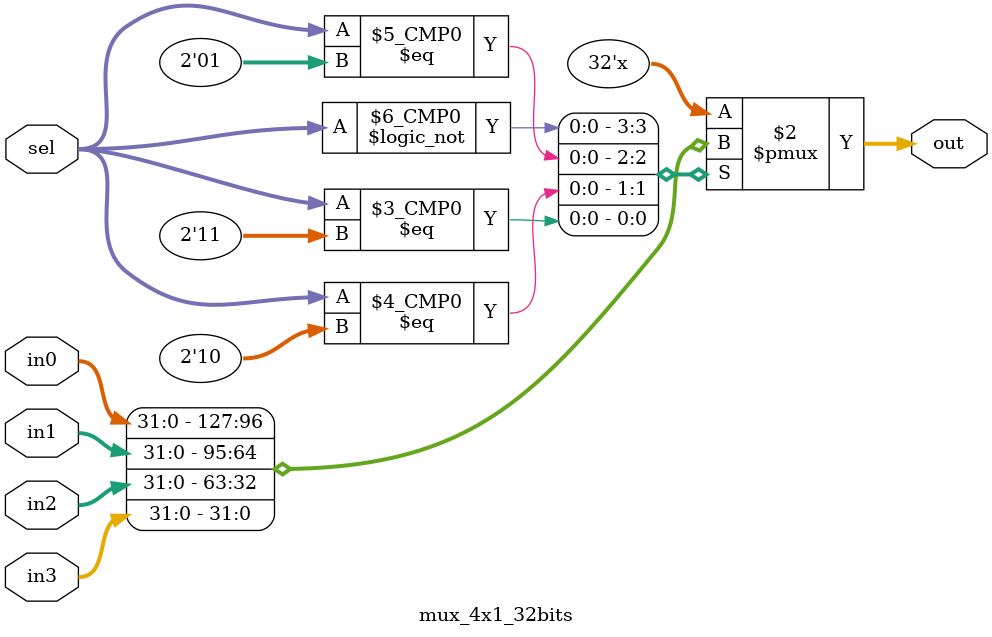
<source format=v>
/*
CO 224 (computer architecture) Lab 06 Task 02
Design: 8bit 4:1 mux module
Author: Kalpage S.W.
Reg no: E/16/168
Date  : 11/06/2020
*/

//special not: In this mux I have entered a time delay of one time unit

`timescale  1ns/100ps

module mux_4x1_32bits(in0,in1,in2,in3,sel,out);

    //ports declaration
    input [1:0] sel ;
    input [31:0] in0, in1, in2, in3 ;
    output [31:0] out ;

    reg out;

    always @ (in0, in1, in2, in3,sel)
    begin
        #1
        case(sel)
            2'b00 :
            begin
                out = in0;
            end
         
            2'b01: 
            begin
                out = in1;
            end

            2'b10: 
            begin
                out = in2;
            end

            2'b11: 
            begin
                out = in3;
            end
            
        endcase


    end

endmodule

</source>
